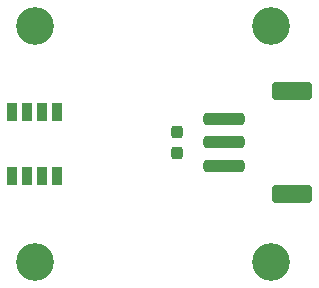
<source format=gbr>
%TF.GenerationSoftware,KiCad,Pcbnew,9.0.2*%
%TF.CreationDate,2025-06-01T02:51:53-04:00*%
%TF.ProjectId,Encoder,456e636f-6465-4722-9e6b-696361645f70,rev?*%
%TF.SameCoordinates,Original*%
%TF.FileFunction,Soldermask,Top*%
%TF.FilePolarity,Negative*%
%FSLAX46Y46*%
G04 Gerber Fmt 4.6, Leading zero omitted, Abs format (unit mm)*
G04 Created by KiCad (PCBNEW 9.0.2) date 2025-06-01 02:51:53*
%MOMM*%
%LPD*%
G01*
G04 APERTURE LIST*
G04 Aperture macros list*
%AMRoundRect*
0 Rectangle with rounded corners*
0 $1 Rounding radius*
0 $2 $3 $4 $5 $6 $7 $8 $9 X,Y pos of 4 corners*
0 Add a 4 corners polygon primitive as box body*
4,1,4,$2,$3,$4,$5,$6,$7,$8,$9,$2,$3,0*
0 Add four circle primitives for the rounded corners*
1,1,$1+$1,$2,$3*
1,1,$1+$1,$4,$5*
1,1,$1+$1,$6,$7*
1,1,$1+$1,$8,$9*
0 Add four rect primitives between the rounded corners*
20,1,$1+$1,$2,$3,$4,$5,0*
20,1,$1+$1,$4,$5,$6,$7,0*
20,1,$1+$1,$6,$7,$8,$9,0*
20,1,$1+$1,$8,$9,$2,$3,0*%
G04 Aperture macros list end*
%ADD10RoundRect,0.237500X0.237500X-0.300000X0.237500X0.300000X-0.237500X0.300000X-0.237500X-0.300000X0*%
%ADD11C,3.200000*%
%ADD12RoundRect,0.250000X1.500000X-0.250000X1.500000X0.250000X-1.500000X0.250000X-1.500000X-0.250000X0*%
%ADD13RoundRect,0.250001X1.449999X-0.499999X1.449999X0.499999X-1.449999X0.499999X-1.449999X-0.499999X0*%
%ADD14RoundRect,0.102000X-0.300000X-0.700000X0.300000X-0.700000X0.300000X0.700000X-0.300000X0.700000X0*%
G04 APERTURE END LIST*
D10*
%TO.C,0603 100n*%
X122000000Y-85725000D03*
X122000000Y-84000000D03*
%TD*%
D11*
%TO.C,REF\u002A\u002A*%
X110000000Y-95000000D03*
%TD*%
%TO.C,REF\u002A\u002A*%
X130000000Y-95000000D03*
%TD*%
%TO.C,REF\u002A\u002A*%
X130000000Y-75000000D03*
%TD*%
%TO.C,REF\u002A\u002A*%
X110000000Y-75000000D03*
%TD*%
D12*
%TO.C,J1*%
X126000000Y-86850000D03*
X126000000Y-84850000D03*
X126000000Y-82850000D03*
D13*
X131750000Y-89200000D03*
X131750000Y-80500000D03*
%TD*%
D14*
%TO.C,AS5600-ASOM*%
X108095000Y-87700000D03*
X109365000Y-87700000D03*
X110635000Y-87700000D03*
X111905000Y-87700000D03*
X111905000Y-82300000D03*
X110635000Y-82300000D03*
X109365000Y-82300000D03*
X108095000Y-82300000D03*
%TD*%
M02*

</source>
